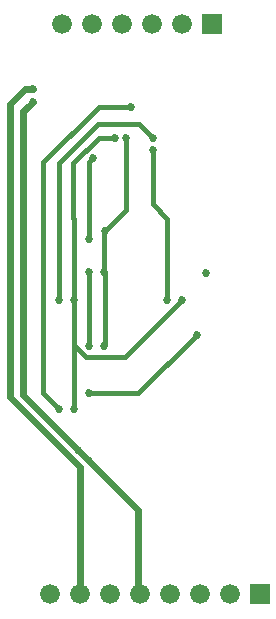
<source format=gbl>
G04 #@! TF.FileFunction,Copper,L2,Bot,Signal*
%FSLAX46Y46*%
G04 Gerber Fmt 4.6, Leading zero omitted, Abs format (unit mm)*
G04 Created by KiCad (PCBNEW (2014-11-02 BZR 5250)-product) date 05/11/2014 13:18:46*
%MOMM*%
G01*
G04 APERTURE LIST*
%ADD10C,0.100000*%
%ADD11R,1.676400X1.676400*%
%ADD12C,1.676400*%
%ADD13C,0.685800*%
%ADD14C,0.609600*%
%ADD15C,0.406400*%
%ADD16C,0.152400*%
%ADD17C,0.254000*%
G04 APERTURE END LIST*
D10*
D11*
X127000000Y-127000000D03*
D12*
X124460000Y-127000000D03*
X121920000Y-127000000D03*
X119380000Y-127000000D03*
X116840000Y-127000000D03*
X114300000Y-127000000D03*
D11*
X131064000Y-175260000D03*
D12*
X128524000Y-175260000D03*
X125984000Y-175260000D03*
X123444000Y-175260000D03*
X120904000Y-175260000D03*
X118364000Y-175260000D03*
X115824000Y-175260000D03*
X113284000Y-175260000D03*
D13*
X115697000Y-163004500D03*
X111823500Y-133540500D03*
X125730000Y-153289000D03*
X116586000Y-158242000D03*
X111823500Y-132461000D03*
X122047000Y-136652000D03*
X114046000Y-150368000D03*
X126492000Y-148018500D03*
X116586000Y-154241500D03*
X116586000Y-147955000D03*
X116586000Y-145161000D03*
X116967000Y-138303000D03*
X117856000Y-154241500D03*
X117919500Y-144462500D03*
X117856000Y-147955000D03*
X119697500Y-136652000D03*
X115316000Y-150368000D03*
X124460000Y-150368000D03*
X118808500Y-136588500D03*
X115316000Y-159575500D03*
X123190000Y-150368000D03*
X121983500Y-137668000D03*
X120142000Y-133985000D03*
X114046000Y-159575500D03*
D14*
X120777000Y-171513500D02*
X120777000Y-168148000D01*
X120777000Y-168148000D02*
X116586000Y-163957000D01*
D15*
X116586000Y-163957000D02*
X116586000Y-163893500D01*
X116039899Y-163347399D02*
X115697000Y-163004500D01*
X116586000Y-163893500D02*
X116039899Y-163347399D01*
D14*
X120777000Y-171513500D02*
X120777000Y-175133000D01*
X120777000Y-175133000D02*
X120904000Y-175260000D01*
D15*
X116586000Y-163830000D02*
X116586000Y-163957000D01*
D14*
X111442500Y-158813500D02*
X110998000Y-158369000D01*
X110998000Y-158369000D02*
X110998000Y-134366000D01*
X110998000Y-134366000D02*
X111480601Y-133883399D01*
X111480601Y-133883399D02*
X111823500Y-133540500D01*
X116586000Y-163957000D02*
X111125000Y-158496000D01*
D15*
X120777000Y-158242000D02*
X125730000Y-153289000D01*
X116586000Y-158242000D02*
X120777000Y-158242000D01*
D16*
X114109500Y-127000000D02*
X114300000Y-127000000D01*
D17*
X114109500Y-127000000D02*
X114300000Y-127190500D01*
D14*
X110172492Y-158813492D02*
X115379500Y-164020500D01*
X110299500Y-158940500D02*
X109918492Y-158559492D01*
X109918492Y-133731008D02*
X111188500Y-132461000D01*
X111188500Y-132461000D02*
X111823500Y-132461000D01*
X109918492Y-158559492D02*
X109918492Y-133731008D01*
X115824000Y-164465000D02*
X115379500Y-164020500D01*
X115824000Y-175260000D02*
X115824000Y-164465000D01*
D15*
X120840500Y-135445500D02*
X121704101Y-136309101D01*
X117348000Y-135445500D02*
X120840500Y-135445500D01*
X114046000Y-138747500D02*
X117348000Y-135445500D01*
X121704101Y-136309101D02*
X122047000Y-136652000D01*
X114046000Y-150368000D02*
X114046000Y-138747500D01*
X116586000Y-154241500D02*
X116586000Y-147955000D01*
X116586000Y-145161000D02*
X116586000Y-138684000D01*
X116586000Y-138684000D02*
X116624101Y-138645899D01*
X116624101Y-138645899D02*
X116967000Y-138303000D01*
X117919500Y-154178000D02*
X117919500Y-147955000D01*
X117856000Y-154241500D02*
X117919500Y-154178000D01*
X117856000Y-147955000D02*
X117856000Y-144526000D01*
X117856000Y-144526000D02*
X117919500Y-144462500D01*
X119697500Y-137136933D02*
X119697500Y-136652000D01*
X119697500Y-142684500D02*
X119697500Y-137136933D01*
X117919500Y-144462500D02*
X119697500Y-142684500D01*
X115316000Y-153606500D02*
X115316000Y-150368000D01*
X115316000Y-154178000D02*
X116332000Y-155194000D01*
X116332000Y-155194000D02*
X119634000Y-155194000D01*
X119634000Y-155194000D02*
X124460000Y-150368000D01*
X115316000Y-153606500D02*
X115316000Y-154178000D01*
X115316000Y-150368000D02*
X115316000Y-143446500D01*
X115316000Y-143446500D02*
X115252500Y-143383000D01*
X118323567Y-136588500D02*
X118808500Y-136588500D01*
X115252500Y-143383000D02*
X115252500Y-138778994D01*
X115252500Y-138778994D02*
X117442994Y-136588500D01*
X117442994Y-136588500D02*
X118323567Y-136588500D01*
X115316000Y-153606500D02*
X115316000Y-159575500D01*
X123190000Y-150368000D02*
X123190000Y-143459170D01*
X121983500Y-138152933D02*
X121983500Y-137668000D01*
X121983500Y-142252670D02*
X121983500Y-138152933D01*
X123190000Y-143459170D02*
X121983500Y-142252670D01*
X112712500Y-138684000D02*
X117411500Y-133985000D01*
X112712500Y-140462000D02*
X112712500Y-138684000D01*
X117411500Y-133985000D02*
X120142000Y-133985000D01*
D17*
X112712500Y-140398500D02*
X112712500Y-140462000D01*
D15*
X114046000Y-159575500D02*
X112712500Y-158242000D01*
X112712500Y-140462000D02*
X112712500Y-158242000D01*
M02*

</source>
